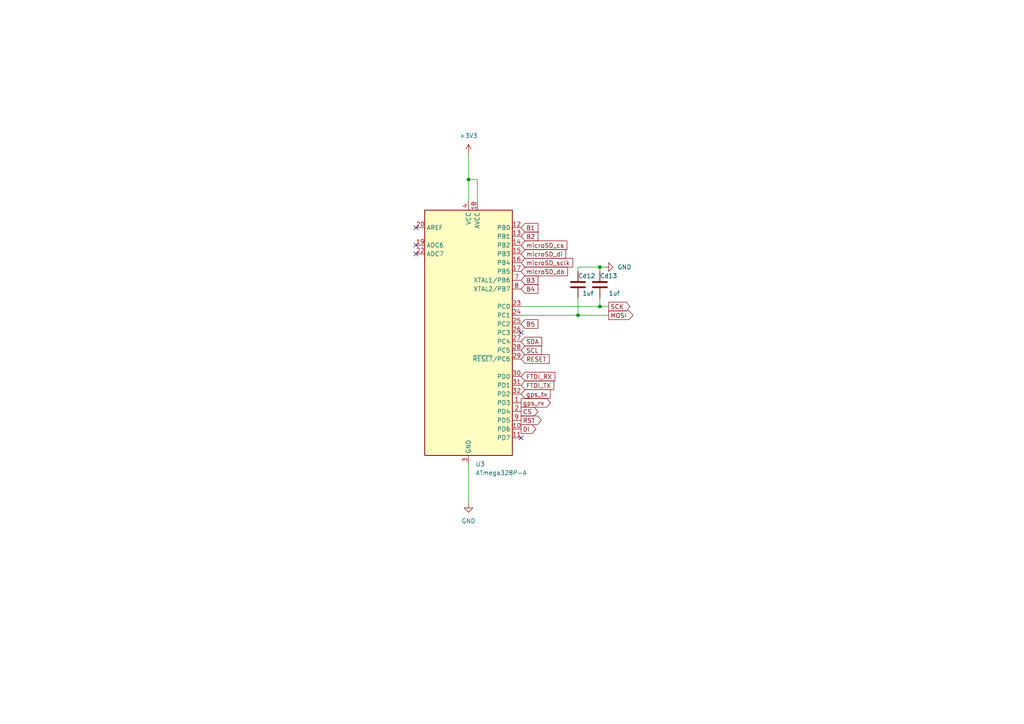
<source format=kicad_sch>
(kicad_sch (version 20211123) (generator eeschema)
  (paper "A4")
  (lib_symbols
    (symbol "Device:C" (pin_numbers hide) (pin_names (offset 0.254))
      (property "Reference" "C" (at 0.635 2.54 0))
      (property "Value" "C" (at 0.635 -2.54 0))
      (symbol "C_0_1"
        (polyline (pts (xy -2.032 -0.762) (xy 2.032 -0.762)) (stroke (width 0.508)))
        (polyline (pts (xy -2.032 0.762) (xy 2.032 0.762)) (stroke (width 0.508)))
      )
      (symbol "C_1_1"
        (pin passive line (at 0 3.81 270) (length 2.794) (name "~") (number "1"))
        (pin passive line (at 0 -3.81 90) (length 2.794) (name "~") (number "2"))
      )
    )
    (symbol "MCU_Microchip_ATmega:ATmega328P-A"
      (property "Reference" "U" (at -12.7 36.83 0))
      (property "Value" "ATmega328P-A" (at 2.54 -36.83 0))
      (symbol "ATmega328P-A_0_1"
        (rectangle (start -12.7 -35.56) (end 12.7 35.56) (stroke (width 0.254)) (fill (type background)))
      )
      (symbol "ATmega328P-A_1_1"
        (pin bidirectional line (at 15.24 -20.32 180) (length 2.54) (name "PD3") (number "1"))
        (pin bidirectional line (at 15.24 -27.94 180) (length 2.54) (name "PD6") (number "10"))
        (pin bidirectional line (at 15.24 -30.48 180) (length 2.54) (name "PD7") (number "11"))
        (pin bidirectional line (at 15.24 30.48 180) (length 2.54) (name "PB0") (number "12"))
        (pin bidirectional line (at 15.24 27.94 180) (length 2.54) (name "PB1") (number "13"))
        (pin bidirectional line (at 15.24 25.4 180) (length 2.54) (name "PB2") (number "14"))
        (pin bidirectional line (at 15.24 22.86 180) (length 2.54) (name "PB3") (number "15"))
        (pin bidirectional line (at 15.24 20.32 180) (length 2.54) (name "PB4") (number "16"))
        (pin bidirectional line (at 15.24 17.78 180) (length 2.54) (name "PB5") (number "17"))
        (pin power_in line (at 2.54 38.1 270) (length 2.54) (name "AVCC") (number "18"))
        (pin input line (at -15.24 25.4 0) (length 2.54) (name "ADC6") (number "19"))
        (pin bidirectional line (at 15.24 -22.86 180) (length 2.54) (name "PD4") (number "2"))
        (pin passive line (at -15.24 30.48 0) (length 2.54) (name "AREF") (number "20"))
        (pin passive line (at 0 -38.1 90) (length 2.54) hide (name "GND") (number "21"))
        (pin input line (at -15.24 22.86 0) (length 2.54) (name "ADC7") (number "22"))
        (pin bidirectional line (at 15.24 7.62 180) (length 2.54) (name "PC0") (number "23"))
        (pin bidirectional line (at 15.24 5.08 180) (length 2.54) (name "PC1") (number "24"))
        (pin bidirectional line (at 15.24 2.54 180) (length 2.54) (name "PC2") (number "25"))
        (pin bidirectional line (at 15.24 0 180) (length 2.54) (name "PC3") (number "26"))
        (pin bidirectional line (at 15.24 -2.54 180) (length 2.54) (name "PC4") (number "27"))
        (pin bidirectional line (at 15.24 -5.08 180) (length 2.54) (name "PC5") (number "28"))
        (pin bidirectional line (at 15.24 -7.62 180) (length 2.54) (name "~{RESET}/PC6") (number "29"))
        (pin power_in line (at 0 -38.1 90) (length 2.54) (name "GND") (number "3"))
        (pin bidirectional line (at 15.24 -12.7 180) (length 2.54) (name "PD0") (number "30"))
        (pin bidirectional line (at 15.24 -15.24 180) (length 2.54) (name "PD1") (number "31"))
        (pin bidirectional line (at 15.24 -17.78 180) (length 2.54) (name "PD2") (number "32"))
        (pin power_in line (at 0 38.1 270) (length 2.54) (name "VCC") (number "4"))
        (pin passive line (at 0 -38.1 90) (length 2.54) hide (name "GND") (number "5"))
        (pin passive line (at 0 38.1 270) (length 2.54) hide (name "VCC") (number "6"))
        (pin bidirectional line (at 15.24 15.24 180) (length 2.54) (name "XTAL1/PB6") (number "7"))
        (pin bidirectional line (at 15.24 12.7 180) (length 2.54) (name "XTAL2/PB7") (number "8"))
        (pin bidirectional line (at 15.24 -25.4 180) (length 2.54) (name "PD5") (number "9"))
      )
    )
    (symbol "power:+3V3" (power) (pin_names (offset 0))
      (property "Value" "+3V3" (at 0 3.556 0))
      (symbol "+3V3_0_1"
        (polyline (pts (xy -0.762 1.27) (xy 0 2.54)))
        (polyline (pts (xy 0 0) (xy 0 2.54)))
        (polyline (pts (xy 0 2.54) (xy 0.762 1.27)))
      )
      (symbol "+3V3_1_1"
        (pin power_in line (at 0 0 90) (length 0) hide (name "+3V3") (number "1"))
      )
    )
    (symbol "power:GND" (power) (pin_names (offset 0))
      (property "Value" "GND" (at 0 -3.81 0))
      (symbol "GND_0_1"
        (polyline (pts (xy 0 0) (xy 0 -1.27) (xy 1.27 -1.27) (xy 0 -2.54) (xy -1.27 -1.27) (xy 0 -1.27)))
      )
      (symbol "GND_1_1"
        (pin power_in line (at 0 0 270) (length 0) hide (name "GND") (number "1"))
      )
    )
  )
  (junction (at 167.64 91.44))
  (junction (at 173.99 77.47))
  (junction (at 135.89 52.07))
  (junction (at 173.99 88.9))
  (no_connect (at 151.13 96.52))
  (no_connect (at 151.13 127))
  (no_connect (at 120.65 73.66))
  (no_connect (at 120.65 66.04))
  (no_connect (at 120.65 71.12))
  (wire (pts (xy 138.43 52.07) (xy 138.43 58.42)))
  (wire (pts (xy 173.99 86.36) (xy 173.99 88.9)))
  (wire (pts (xy 176.53 88.9) (xy 173.99 88.9)))
  (wire (pts (xy 138.43 52.07) (xy 135.89 52.07)))
  (wire (pts (xy 176.53 91.44) (xy 167.64 91.44)))
  (wire (pts (xy 135.89 134.62) (xy 135.89 146.05)))
  (wire (pts (xy 167.64 91.44) (xy 151.13 91.44)))
  (wire (pts (xy 173.99 88.9) (xy 151.13 88.9)))
  (wire (pts (xy 175.26 77.47) (xy 173.99 77.47)))
  (wire (pts (xy 167.64 77.47) (xy 173.99 77.47)))
  (wire (pts (xy 167.64 78.74) (xy 167.64 77.47)))
  (wire (pts (xy 167.64 86.36) (xy 167.64 91.44)))
  (wire (pts (xy 135.89 44.45) (xy 135.89 52.07)))
  (wire (pts (xy 173.99 77.47) (xy 173.99 78.74)))
  (wire (pts (xy 135.89 58.42) (xy 135.89 52.07)))
  (global_label "B5" (shape input) (at 151.13 93.98 0) (property "Riferimenti inter-foglio" "${INTERSHEET_REFS}" (effects hide)))
  (global_label "gps_rx" (shape output) (at 151.13 116.84 0) (property "Riferimenti inter-foglio" "${INTERSHEET_REFS}" (effects hide)))
  (global_label "SCL" (shape input) (at 151.13 101.6 0) (property "Riferimenti inter-foglio" "${INTERSHEET_REFS}" (effects hide)))
  (global_label "B2" (shape input) (at 151.13 68.58 0) (property "Riferimenti inter-foglio" "${INTERSHEET_REFS}" (effects hide)))
  (global_label "FTDI_TX" (shape input) (at 151.13 111.76 0) (property "Riferimenti inter-foglio" "${INTERSHEET_REFS}" (effects hide)))
  (global_label "microSD_sclk" (shape input) (at 151.13 76.2 0) (property "Riferimenti inter-foglio" "${INTERSHEET_REFS}" (effects hide)))
  (global_label "RST" (shape output) (at 151.13 121.92 0) (property "Riferimenti inter-foglio" "${INTERSHEET_REFS}" (effects hide)))
  (global_label "RESET" (shape input) (at 151.13 104.14 0) (property "Riferimenti inter-foglio" "${INTERSHEET_REFS}" (effects hide)))
  (global_label "CS" (shape output) (at 151.13 119.38 0) (property "Riferimenti inter-foglio" "${INTERSHEET_REFS}" (effects hide)))
  (global_label "gps_tx" (shape input) (at 151.13 114.3 0) (property "Riferimenti inter-foglio" "${INTERSHEET_REFS}" (effects hide)))
  (global_label "microSD_do" (shape input) (at 151.13 78.74 0) (property "Riferimenti inter-foglio" "${INTERSHEET_REFS}" (effects hide)))
  (global_label "DI" (shape output) (at 151.13 124.46 0) (property "Riferimenti inter-foglio" "${INTERSHEET_REFS}" (effects hide)))
  (global_label "B4" (shape input) (at 151.13 83.82 0) (property "Riferimenti inter-foglio" "${INTERSHEET_REFS}" (effects hide)))
  (global_label "FTDI_RX" (shape input) (at 151.13 109.22 0) (property "Riferimenti inter-foglio" "${INTERSHEET_REFS}" (effects hide)))
  (global_label "B1" (shape input) (at 151.13 66.04 0) (property "Riferimenti inter-foglio" "${INTERSHEET_REFS}" (effects hide)))
  (global_label "SDA" (shape input) (at 151.13 99.06 0) (property "Riferimenti inter-foglio" "${INTERSHEET_REFS}" (effects hide)))
  (global_label "MOSI" (shape output) (at 176.53 91.44 0) (property "Riferimenti inter-foglio" "${INTERSHEET_REFS}" (effects hide)))
  (global_label "microSD_cs" (shape input) (at 151.13 71.12 0) (property "Riferimenti inter-foglio" "${INTERSHEET_REFS}" (effects hide)))
  (global_label "microSD_di" (shape input) (at 151.13 73.66 0) (property "Riferimenti inter-foglio" "${INTERSHEET_REFS}" (effects hide)))
  (global_label "SCK" (shape output) (at 176.53 88.9 0) (property "Riferimenti inter-foglio" "${INTERSHEET_REFS}" (effects hide)))
  (global_label "B3" (shape input) (at 151.13 81.28 0) (property "Riferimenti inter-foglio" "${INTERSHEET_REFS}" (effects hide)))
  (symbol (lib_id "MCU_Microchip_ATmega:ATmega328P-A") (at 135.89 96.52 0) (unit 1)
    (property "Reference" "U3" (at 137.9094 134.62 0) (effects (justify left)))
    (property "Value" "ATmega328P-A" (at 137.9094 137.16 0) (effects (justify left)))
    (property "Footprint" "Package_QFP:TQFP-32_7x7mm_P0.8mm" (effects hide))
    (property "Datasheet" "http://ww1.microchip.com/downloads/en/DeviceDoc/ATmega328_P%20AVR%20MCU%20with%20picoPower%20Technology%20Data%20Sheet%2040001984A.pdf" (effects hide))
  )
  (symbol (lib_id "Device:C") (at 173.99 82.55 0) (unit 1)
    (property "Reference" "Cd13" (at 173.99 80.01 0) (effects (justify left)))
    (property "Value" "1uf" (at 176.53 85.09 0) (effects (justify left)))
    (property "Footprint" "Capacitor_SMD:C_0603_1608Metric" (effects hide))
  )
  (symbol (lib_id "Device:C") (at 167.64 82.55 0) (unit 1)
    (property "Reference" "Cd12" (at 167.64 80.01 0) (effects (justify left)))
    (property "Value" "1uf" (at 168.91 85.09 0) (effects (justify left)))
    (property "Footprint" "Capacitor_SMD:C_0603_1608Metric" (effects hide))
  )
  (symbol (lib_id "power:GND") (at 175.26 77.47 90) (unit 1)
    (property "Reference" "#PWR019" (effects hide))
    (property "Value" "GND" (at 179.07 77.4699 90) (effects (justify right)))
  )
  (symbol (lib_id "power:+3V3") (at 135.89 44.45 0) (unit 1)
    (property "Reference" "#PWR017" (effects hide))
    (property "Value" "+3V3" (at 135.89 39.37 0))
  )
  (symbol (lib_id "power:GND") (at 135.89 146.05 0) (unit 1)
    (property "Reference" "#PWR018" (effects hide))
    (property "Value" "GND" (at 135.89 151.13 0))
  )
)
</source>
